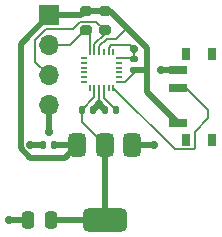
<source format=gbr>
%TF.GenerationSoftware,KiCad,Pcbnew,8.0.5*%
%TF.CreationDate,2024-10-09T18:33:24-04:00*%
%TF.ProjectId,PostureBestICM20948,506f7374-7572-4654-9265-737449434d32,rev?*%
%TF.SameCoordinates,Original*%
%TF.FileFunction,Copper,L1,Top*%
%TF.FilePolarity,Positive*%
%FSLAX46Y46*%
G04 Gerber Fmt 4.6, Leading zero omitted, Abs format (unit mm)*
G04 Created by KiCad (PCBNEW 8.0.5) date 2024-10-09 18:33:24*
%MOMM*%
%LPD*%
G01*
G04 APERTURE LIST*
G04 Aperture macros list*
%AMRoundRect*
0 Rectangle with rounded corners*
0 $1 Rounding radius*
0 $2 $3 $4 $5 $6 $7 $8 $9 X,Y pos of 4 corners*
0 Add a 4 corners polygon primitive as box body*
4,1,4,$2,$3,$4,$5,$6,$7,$8,$9,$2,$3,0*
0 Add four circle primitives for the rounded corners*
1,1,$1+$1,$2,$3*
1,1,$1+$1,$4,$5*
1,1,$1+$1,$6,$7*
1,1,$1+$1,$8,$9*
0 Add four rect primitives between the rounded corners*
20,1,$1+$1,$2,$3,$4,$5,0*
20,1,$1+$1,$4,$5,$6,$7,0*
20,1,$1+$1,$6,$7,$8,$9,0*
20,1,$1+$1,$8,$9,$2,$3,0*%
G04 Aperture macros list end*
%TA.AperFunction,SMDPad,CuDef*%
%ADD10RoundRect,0.250000X0.250000X0.475000X-0.250000X0.475000X-0.250000X-0.475000X0.250000X-0.475000X0*%
%TD*%
%TA.AperFunction,SMDPad,CuDef*%
%ADD11RoundRect,0.140000X-0.170000X0.140000X-0.170000X-0.140000X0.170000X-0.140000X0.170000X0.140000X0*%
%TD*%
%TA.AperFunction,SMDPad,CuDef*%
%ADD12RoundRect,0.200000X0.275000X-0.200000X0.275000X0.200000X-0.275000X0.200000X-0.275000X-0.200000X0*%
%TD*%
%TA.AperFunction,SMDPad,CuDef*%
%ADD13RoundRect,0.140000X0.140000X0.170000X-0.140000X0.170000X-0.140000X-0.170000X0.140000X-0.170000X0*%
%TD*%
%TA.AperFunction,SMDPad,CuDef*%
%ADD14R,1.500000X0.700000*%
%TD*%
%TA.AperFunction,SMDPad,CuDef*%
%ADD15R,0.800000X1.000000*%
%TD*%
%TA.AperFunction,SMDPad,CuDef*%
%ADD16RoundRect,0.140000X-0.140000X-0.170000X0.140000X-0.170000X0.140000X0.170000X-0.140000X0.170000X0*%
%TD*%
%TA.AperFunction,SMDPad,CuDef*%
%ADD17RoundRect,0.375000X-0.375000X0.625000X-0.375000X-0.625000X0.375000X-0.625000X0.375000X0.625000X0*%
%TD*%
%TA.AperFunction,SMDPad,CuDef*%
%ADD18RoundRect,0.500000X-1.400000X0.500000X-1.400000X-0.500000X1.400000X-0.500000X1.400000X0.500000X0*%
%TD*%
%TA.AperFunction,SMDPad,CuDef*%
%ADD19RoundRect,0.050000X-0.225000X-0.050000X0.225000X-0.050000X0.225000X0.050000X-0.225000X0.050000X0*%
%TD*%
%TA.AperFunction,SMDPad,CuDef*%
%ADD20RoundRect,0.050000X0.050000X-0.225000X0.050000X0.225000X-0.050000X0.225000X-0.050000X-0.225000X0*%
%TD*%
%TA.AperFunction,ComponentPad*%
%ADD21R,1.700000X1.700000*%
%TD*%
%TA.AperFunction,ComponentPad*%
%ADD22O,1.700000X1.700000*%
%TD*%
%TA.AperFunction,ViaPad*%
%ADD23C,0.700000*%
%TD*%
%TA.AperFunction,Conductor*%
%ADD24C,0.500000*%
%TD*%
%TA.AperFunction,Conductor*%
%ADD25C,0.200000*%
%TD*%
G04 APERTURE END LIST*
D10*
%TO.P,C1,1*%
%TO.N,+1V8*%
X112950000Y-103700000D03*
%TO.P,C1,2*%
%TO.N,GND*%
X111050000Y-103700000D03*
%TD*%
D11*
%TO.P,C2,1*%
%TO.N,GND*%
X120000000Y-90020000D03*
%TO.P,C2,2*%
%TO.N,+3.3V*%
X120000000Y-90980000D03*
%TD*%
D12*
%TO.P,R2,1*%
%TO.N,Net-(J1-Pin_2)*%
X115900000Y-87625000D03*
%TO.P,R2,2*%
%TO.N,+3.3V*%
X115900000Y-85975000D03*
%TD*%
D13*
%TO.P,C4,1*%
%TO.N,+3.3V*%
X113230000Y-97300000D03*
%TO.P,C4,2*%
%TO.N,GND*%
X112270000Y-97300000D03*
%TD*%
D14*
%TO.P,SW1,1,A*%
%TO.N,+3.3V*%
X123750000Y-95500000D03*
%TO.P,SW1,2,B*%
%TO.N,INT1_OUT*%
X123750000Y-92500000D03*
%TO.P,SW1,3,C*%
%TO.N,GND*%
X123750000Y-91000000D03*
D15*
%TO.P,SW1,SH1*%
%TO.N,N/C*%
X124400000Y-96900000D03*
%TO.P,SW1,SH2*%
X124400000Y-89600000D03*
%TO.P,SW1,SH3*%
X126600000Y-96900000D03*
%TO.P,SW1,SH4*%
X126600000Y-89600000D03*
%TD*%
D16*
%TO.P,C3,1*%
%TO.N,GND*%
X117540000Y-94400000D03*
%TO.P,C3,2*%
%TO.N,Net-(U1-REGOUT)*%
X118500000Y-94400000D03*
%TD*%
D13*
%TO.P,C5,1*%
%TO.N,GND*%
X116520000Y-94400000D03*
%TO.P,C5,2*%
%TO.N,+1V8*%
X115560000Y-94400000D03*
%TD*%
D12*
%TO.P,R1,1*%
%TO.N,Net-(J1-Pin_3)*%
X117500000Y-87625000D03*
%TO.P,R1,2*%
%TO.N,+3.3V*%
X117500000Y-85975000D03*
%TD*%
D17*
%TO.P,U2,1,GND*%
%TO.N,GND*%
X119800000Y-97350000D03*
%TO.P,U2,2,VO*%
%TO.N,+1V8*%
X117500000Y-97350000D03*
D18*
X117500000Y-103650000D03*
D17*
%TO.P,U2,3,VI*%
%TO.N,+3.3V*%
X115200000Y-97350000D03*
%TD*%
D19*
%TO.P,U1,1,NC*%
%TO.N,unconnected-(U1-NC-Pad1)*%
X115750000Y-90000000D03*
%TO.P,U1,2,NC*%
%TO.N,unconnected-(U1-NC-Pad2)*%
X115750000Y-90400000D03*
%TO.P,U1,3,NC*%
%TO.N,unconnected-(U1-NC-Pad3)*%
X115750000Y-90800000D03*
%TO.P,U1,4,NC*%
%TO.N,unconnected-(U1-NC-Pad4)*%
X115750000Y-91200000D03*
%TO.P,U1,5,NC*%
%TO.N,unconnected-(U1-NC-Pad5)*%
X115750000Y-91600000D03*
%TO.P,U1,6,NC*%
%TO.N,unconnected-(U1-NC-Pad6)*%
X115750000Y-92000000D03*
D20*
%TO.P,U1,7,AUX_CL*%
%TO.N,unconnected-(U1-AUX_CL-Pad7)*%
X116250000Y-92500000D03*
%TO.P,U1,8,VDDIO*%
%TO.N,+1V8*%
X116650000Y-92500000D03*
%TO.P,U1,9,SDO/AD0*%
%TO.N,GND*%
X117050000Y-92500000D03*
%TO.P,U1,10,REGOUT*%
%TO.N,Net-(U1-REGOUT)*%
X117450000Y-92500000D03*
%TO.P,U1,11,FSYNC*%
%TO.N,unconnected-(U1-FSYNC-Pad11)*%
X117850000Y-92500000D03*
%TO.P,U1,12,INT1*%
%TO.N,INT1_OUT*%
X118250000Y-92500000D03*
D19*
%TO.P,U1,13,VDD*%
%TO.N,+3.3V*%
X118750000Y-92000000D03*
%TO.P,U1,14,NC*%
%TO.N,unconnected-(U1-NC-Pad14)*%
X118750000Y-91600000D03*
%TO.P,U1,15,NC*%
%TO.N,unconnected-(U1-NC-Pad15)*%
X118750000Y-91200000D03*
%TO.P,U1,16,NC*%
%TO.N,unconnected-(U1-NC-Pad16)*%
X118750000Y-90800000D03*
%TO.P,U1,17,NC*%
%TO.N,unconnected-(U1-NC-Pad17)*%
X118750000Y-90400000D03*
%TO.P,U1,18,GND*%
%TO.N,GND*%
X118750000Y-90000000D03*
D20*
%TO.P,U1,19,RESV*%
%TO.N,unconnected-(U1-RESV-Pad19)*%
X118250000Y-89500000D03*
%TO.P,U1,20,GND*%
%TO.N,GND*%
X117850000Y-89500000D03*
%TO.P,U1,21,AUX_DA*%
%TO.N,unconnected-(U1-AUX_DA-Pad21)*%
X117450000Y-89500000D03*
%TO.P,U1,22,~{CS}*%
%TO.N,+3.3V*%
X117050000Y-89500000D03*
%TO.P,U1,23,SCL/SCLK*%
%TO.N,Net-(J1-Pin_3)*%
X116650000Y-89500000D03*
%TO.P,U1,24,SDA/SDI*%
%TO.N,Net-(J1-Pin_2)*%
X116250000Y-89500000D03*
%TD*%
D21*
%TO.P,J1,1,Pin_1*%
%TO.N,+3.3V*%
X112800000Y-86350000D03*
D22*
%TO.P,J1,2,Pin_2*%
%TO.N,Net-(J1-Pin_2)*%
X112800000Y-88890000D03*
%TO.P,J1,3,Pin_3*%
%TO.N,Net-(J1-Pin_3)*%
X112800000Y-91430000D03*
%TO.P,J1,4,Pin_4*%
%TO.N,GND*%
X112800000Y-93970000D03*
%TD*%
D23*
%TO.N,GND*%
X120000000Y-89200000D03*
X117030000Y-93849240D03*
X121700000Y-97300000D03*
X112800000Y-96200000D03*
X109450000Y-103700000D03*
X122300000Y-91000000D03*
X111200000Y-97300000D03*
%TD*%
D24*
%TO.N,+1V8*%
X112950000Y-103700000D02*
X117450000Y-103700000D01*
X117450000Y-103700000D02*
X117500000Y-103650000D01*
%TO.N,GND*%
X109450000Y-103700000D02*
X111050000Y-103700000D01*
D25*
%TO.N,+1V8*%
X115560000Y-94400000D02*
X116650000Y-93310000D01*
X115560000Y-95410000D02*
X117500000Y-97350000D01*
X115560000Y-94400000D02*
X115560000Y-95410000D01*
X116650000Y-93310000D02*
X116650000Y-92500000D01*
D24*
X117500000Y-103650000D02*
X117500000Y-97350000D01*
D25*
%TO.N,GND*%
X118750000Y-90000000D02*
X119980000Y-90000000D01*
D24*
X116520000Y-94400000D02*
X116520000Y-94359240D01*
X112270000Y-97300000D02*
X111200000Y-97300000D01*
X121650000Y-97350000D02*
X121700000Y-97300000D01*
X123750000Y-91000000D02*
X122300000Y-91000000D01*
X112800000Y-93970000D02*
X112800000Y-96200000D01*
D25*
X117850000Y-89128640D02*
X118078640Y-88900000D01*
D24*
X117540000Y-94400000D02*
X117540000Y-94359240D01*
X119800000Y-97350000D02*
X121650000Y-97350000D01*
D25*
X118078640Y-88900000D02*
X119700000Y-88900000D01*
X119700000Y-88900000D02*
X120000000Y-89200000D01*
X117050000Y-93829240D02*
X117030000Y-93849240D01*
X117850000Y-89500000D02*
X117850000Y-89128640D01*
D24*
X116520000Y-94359240D02*
X117030000Y-93849240D01*
D25*
X117050000Y-92500000D02*
X117050000Y-93829240D01*
X120000000Y-90020000D02*
X120000000Y-89200000D01*
D24*
X117540000Y-94359240D02*
X117030000Y-93849240D01*
D25*
X119980000Y-90000000D02*
X120000000Y-90020000D01*
D24*
%TO.N,+3.3V*%
X121100000Y-91000000D02*
X121100000Y-92850000D01*
X121100000Y-89100000D02*
X121100000Y-91000000D01*
X111168629Y-98400000D02*
X114150000Y-98400000D01*
D25*
X118750000Y-92000000D02*
X119259999Y-92000000D01*
D24*
X120750000Y-91000000D02*
X120730000Y-90980000D01*
D25*
X117725000Y-88325000D02*
X118475000Y-88325000D01*
X120000000Y-91259999D02*
X120000000Y-90980000D01*
D24*
X110400000Y-97631371D02*
X111168629Y-98400000D01*
D25*
X117050000Y-89500000D02*
X117050000Y-89000000D01*
D24*
X120730000Y-90980000D02*
X120000000Y-90980000D01*
X112800000Y-86350000D02*
X110400000Y-88750000D01*
X117975000Y-85975000D02*
X119400000Y-87400000D01*
D25*
X118475000Y-88325000D02*
X119400000Y-87400000D01*
D24*
X119400000Y-87400000D02*
X121100000Y-89100000D01*
X115150000Y-97300000D02*
X115200000Y-97350000D01*
X121100000Y-92850000D02*
X123750000Y-95500000D01*
X115525000Y-86350000D02*
X115900000Y-85975000D01*
D25*
X119259999Y-92000000D02*
X120000000Y-91259999D01*
D24*
X110400000Y-88750000D02*
X110400000Y-97631371D01*
X117500000Y-85975000D02*
X117975000Y-85975000D01*
X121100000Y-91000000D02*
X120750000Y-91000000D01*
X114150000Y-98400000D02*
X115200000Y-97350000D01*
D25*
X117050000Y-89000000D02*
X117725000Y-88325000D01*
D24*
X115900000Y-85975000D02*
X117500000Y-85975000D01*
X112800000Y-86350000D02*
X115525000Y-86350000D01*
X113230000Y-97300000D02*
X115150000Y-97300000D01*
D25*
%TO.N,Net-(U1-REGOUT)*%
X117450000Y-93350000D02*
X117450000Y-92500000D01*
X118500000Y-94400000D02*
X117450000Y-93350000D01*
%TO.N,Net-(J1-Pin_2)*%
X115900000Y-87625000D02*
X115825000Y-87625000D01*
X116250000Y-87975000D02*
X115900000Y-87625000D01*
X115825000Y-87625000D02*
X114560000Y-88890000D01*
X114560000Y-88890000D02*
X112800000Y-88890000D01*
X116250000Y-89500000D02*
X116250000Y-87975000D01*
%TO.N,Net-(J1-Pin_3)*%
X111650000Y-88413654D02*
X111650000Y-90280000D01*
X112538654Y-87525000D02*
X114812352Y-87525000D01*
X115437352Y-86900000D02*
X116775000Y-86900000D01*
X114812352Y-87525000D02*
X115437352Y-86900000D01*
X116650000Y-88750000D02*
X116650000Y-89500000D01*
X117500000Y-87900000D02*
X116650000Y-88750000D01*
X116775000Y-86900000D02*
X117500000Y-87625000D01*
X111650000Y-90280000D02*
X112800000Y-91430000D01*
X112538654Y-87525000D02*
X111650000Y-88413654D01*
X117500000Y-87625000D02*
X117500000Y-87900000D01*
%TO.N,INT1_OUT*%
X123620000Y-92630000D02*
X123750000Y-92500000D01*
X125168629Y-97631371D02*
X125168629Y-96212742D01*
X123450000Y-97700000D02*
X125100000Y-97700000D01*
X126300000Y-94418629D02*
X124381371Y-92500000D01*
X124381371Y-92500000D02*
X123750000Y-92500000D01*
X126300000Y-95081371D02*
X126300000Y-94418629D01*
X118250000Y-92500000D02*
X123450000Y-97700000D01*
X125100000Y-97700000D02*
X125168629Y-97631371D01*
X125168629Y-96212742D02*
X126300000Y-95081371D01*
%TD*%
M02*

</source>
